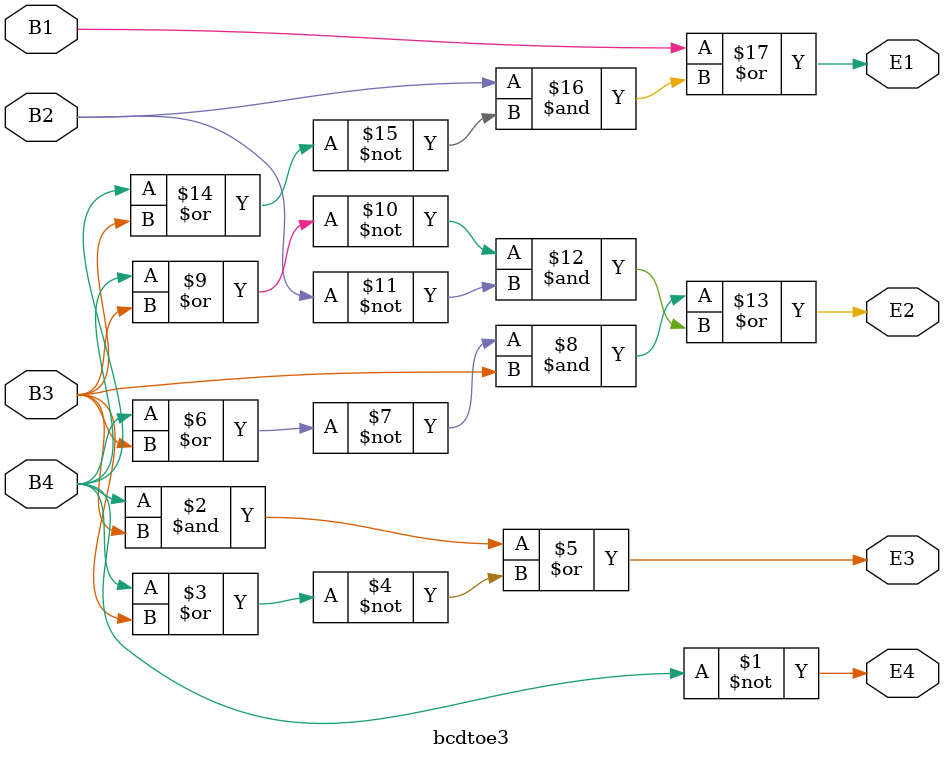
<source format=v>
module bcdtoe3(B4,B3,B2,B1,E4,E3,E2,E1);
  input B4,B3,B2,B1;
  output E4,E3,E2,E1;
  //wire W;
  //assign W=(~(B4|B3));
  assign E4=(~B4),E3=((B4&B3)|(~(B4|B3))),E2=(((~(B4|B3))&B3)|((~(B4|B3))&~B2)),E1=(B1|(B2&(~(B4|B3))));
endmodule
</source>
